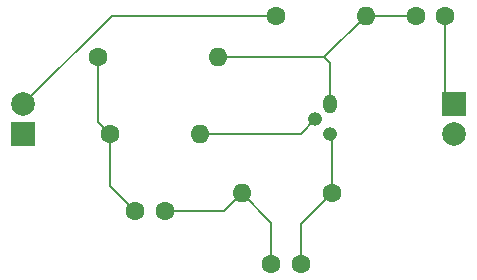
<source format=gtl>
%TF.GenerationSoftware,KiCad,Pcbnew,8.0.3*%
%TF.CreationDate,2024-12-18T20:06:44+01:00*%
%TF.ProjectId,Oscillatore,4f736369-6c6c-4617-946f-72652e6b6963,rev?*%
%TF.SameCoordinates,Original*%
%TF.FileFunction,Copper,L1,Top*%
%TF.FilePolarity,Positive*%
%FSLAX46Y46*%
G04 Gerber Fmt 4.6, Leading zero omitted, Abs format (unit mm)*
G04 Created by KiCad (PCBNEW 8.0.3) date 2024-12-18 20:06:44*
%MOMM*%
%LPD*%
G01*
G04 APERTURE LIST*
%TA.AperFunction,ComponentPad*%
%ADD10R,2.000000X2.000000*%
%TD*%
%TA.AperFunction,ComponentPad*%
%ADD11C,2.000000*%
%TD*%
%TA.AperFunction,ComponentPad*%
%ADD12C,1.600000*%
%TD*%
%TA.AperFunction,ComponentPad*%
%ADD13O,1.600000X1.600000*%
%TD*%
%TA.AperFunction,ComponentPad*%
%ADD14O,1.200000X1.600000*%
%TD*%
%TA.AperFunction,ComponentPad*%
%ADD15O,1.200000X1.200000*%
%TD*%
%TA.AperFunction,Conductor*%
%ADD16C,0.200000*%
%TD*%
%ADD17C,0.350000*%
G04 APERTURE END LIST*
D10*
%TO.P,INPUT,1,Pin_1*%
%TO.N,GND*%
X108500000Y-76540000D03*
D11*
%TO.P,INPUT,2,Pin_2*%
%TO.N,VCC*%
X108500000Y-74000000D03*
%TD*%
D12*
%TO.P,R3,1*%
%TO.N,Net-(C1-Pad1)*%
X115880000Y-76500000D03*
D13*
%TO.P,R3,2*%
%TO.N,Net-(Q1-B)*%
X123500000Y-76500000D03*
%TD*%
D12*
%TO.P,R2,1*%
%TO.N,VCC*%
X129880000Y-66500000D03*
D13*
%TO.P,R2,2*%
%TO.N,Net-(Q1-C)*%
X137500000Y-66500000D03*
%TD*%
D12*
%TO.P,R1,1*%
%TO.N,Net-(Q1-E)*%
X134620000Y-81500000D03*
D13*
%TO.P,R1,2*%
%TO.N,GND*%
X127000000Y-81500000D03*
%TD*%
D14*
%TO.P,Q1,1,C*%
%TO.N,Net-(Q1-C)*%
X134500000Y-74000000D03*
D15*
%TO.P,Q1,2,B*%
%TO.N,Net-(Q1-B)*%
X133230000Y-75270000D03*
%TO.P,Q1,3,E*%
%TO.N,Net-(Q1-E)*%
X134500000Y-76540000D03*
%TD*%
D12*
%TO.P,L1,1,1*%
%TO.N,Net-(C1-Pad1)*%
X114840000Y-70000000D03*
D13*
%TO.P,L1,2,2*%
%TO.N,Net-(Q1-C)*%
X125000000Y-70000000D03*
%TD*%
D10*
%TO.P,OUTPUT,1,Pin_1*%
%TO.N,Net-(J1-Pin_1)*%
X145000000Y-74000000D03*
D11*
%TO.P,OUTPUT,2,Pin_2*%
%TO.N,GND*%
X145000000Y-76540000D03*
%TD*%
D12*
%TO.P,C3,2*%
%TO.N,Net-(J1-Pin_1)*%
X144250000Y-66500000D03*
%TO.P,C3,1*%
%TO.N,Net-(Q1-C)*%
X141750000Y-66500000D03*
%TD*%
%TO.P,C2,1*%
%TO.N,Net-(Q1-E)*%
X132000000Y-87500000D03*
%TO.P,C2,2*%
%TO.N,GND*%
X129500000Y-87500000D03*
%TD*%
%TO.P,C1,1*%
%TO.N,Net-(C1-Pad1)*%
X118000000Y-83000000D03*
%TO.P,C1,2*%
%TO.N,GND*%
X120500000Y-83000000D03*
%TD*%
D16*
%TO.N,Net-(J1-Pin_1)*%
X145000000Y-74000000D02*
X144250000Y-73250000D01*
X144250000Y-73250000D02*
X144250000Y-66500000D01*
%TO.N,Net-(Q1-C)*%
X141750000Y-66500000D02*
X137500000Y-66500000D01*
%TO.N,VCC*%
X108500000Y-74000000D02*
X116000000Y-66500000D01*
X116000000Y-66500000D02*
X129880000Y-66500000D01*
%TO.N,GND*%
X120500000Y-83000000D02*
X125500000Y-83000000D01*
X125500000Y-83000000D02*
X127000000Y-81500000D01*
%TO.N,Net-(C1-Pad1)*%
X115880000Y-76500000D02*
X115880000Y-80880000D01*
X115880000Y-80880000D02*
X118000000Y-83000000D01*
%TO.N,Net-(Q1-E)*%
X134620000Y-81500000D02*
X134620000Y-76660000D01*
X134620000Y-76660000D02*
X134500000Y-76540000D01*
X132000000Y-87500000D02*
X132000000Y-84120000D01*
X132000000Y-84120000D02*
X134620000Y-81500000D01*
%TO.N,GND*%
X129500000Y-87500000D02*
X129500000Y-84000000D01*
X129500000Y-84000000D02*
X127000000Y-81500000D01*
%TO.N,Net-(Q1-B)*%
X123500000Y-76500000D02*
X132000000Y-76500000D01*
X132000000Y-76500000D02*
X133230000Y-75270000D01*
%TO.N,Net-(C1-Pad1)*%
X114840000Y-70000000D02*
X114840000Y-75460000D01*
X114840000Y-75460000D02*
X115880000Y-76500000D01*
%TO.N,Net-(Q1-C)*%
X134500000Y-74000000D02*
X134500000Y-70500000D01*
X134500000Y-70500000D02*
X134000000Y-70000000D01*
X125000000Y-70000000D02*
X134000000Y-70000000D01*
X134000000Y-70000000D02*
X137500000Y-66500000D01*
%TD*%
D17*
X108500000Y-76540000D03*
X108500000Y-74000000D03*
X115880000Y-76500000D03*
X123500000Y-76500000D03*
X129880000Y-66500000D03*
X137500000Y-66500000D03*
X134620000Y-81500000D03*
X127000000Y-81500000D03*
X134500000Y-74000000D03*
X133230000Y-75270000D03*
X134500000Y-76540000D03*
X114840000Y-70000000D03*
X125000000Y-70000000D03*
X145000000Y-74000000D03*
X145000000Y-76540000D03*
X144250000Y-66500000D03*
X141750000Y-66500000D03*
X132000000Y-87500000D03*
X129500000Y-87500000D03*
X118000000Y-83000000D03*
X120500000Y-83000000D03*
M02*

</source>
